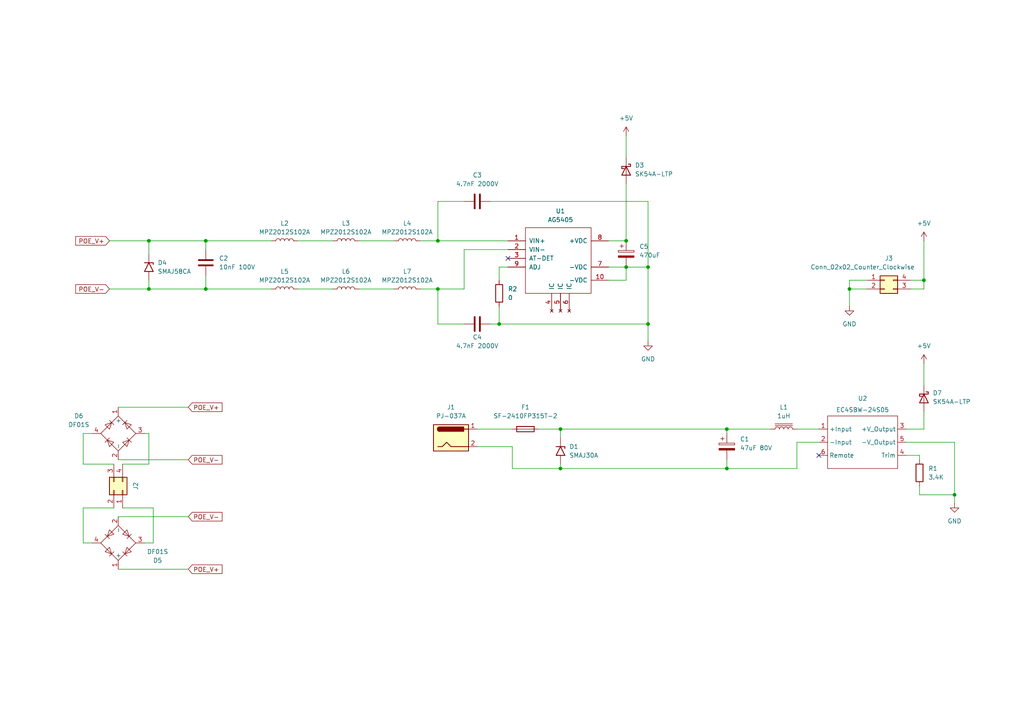
<source format=kicad_sch>
(kicad_sch (version 20250114) (generator "eeschema") (generator_version "9.0")
  (paper "A4")
  (lib_symbols
    (symbol "AG5400:AG5400" (pin_names (offset 1.016))
      (property "Reference" "U" (at 0 8.89 0))
      (property "Value" "AG5400" (at 0.254 11.176 0))
      (symbol "AG5400_0_1"
        (rectangle (start -10.16 7.62) (end 8.89 -11.43))
      )
      (symbol "AG5400_1_1"
        (pin power_in line (at -15.24 3.81 0) (length 5.08) (name "VIN+") (number "1"))
        (pin power_in line (at -15.24 1.27 0) (length 5.08) (name "VIN-") (number "2"))
        (pin input line (at -15.24 -1.27 0) (length 5.08) (name "AT-DET") (number "3"))
        (pin input line (at -15.24 -3.81 0) (length 5.08) (name "ADJ") (number "9"))
        (pin no_connect line (at -2.54 -16.51 90) (length 5.08) (name "IC") (number "4"))
        (pin no_connect line (at 0 -16.51 90) (length 5.08) (name "IC") (number "5"))
        (pin no_connect line (at 2.54 -16.51 90) (length 5.08) (name "IC") (number "6"))
        (pin power_out line (at 13.97 3.81 180) (length 5.08) (name "+VDC") (number "8"))
        (pin power_out line (at 13.97 -3.81 180) (length 5.08) (name "-VDC") (number "7"))
        (pin power_out line (at 13.97 -7.62 180) (length 5.08) (name "-VDC") (number "10"))
      )
    )
    (symbol "Connector:Jack-DC" (pin_names (offset 1.016))
      (property "Reference" "J" (at 0 5.334 0))
      (property "Value" "Jack-DC" (at 0 -5.08 0))
      (symbol "Jack-DC_0_1"
        (rectangle (start -5.08 3.81) (end 5.08 -3.81) (stroke (width 0.254)) (fill (type background)))
        (polyline (pts (xy -3.81 -2.54) (xy -2.54 -2.54) (xy -1.27 -1.27) (xy 0 -2.54) (xy 2.54 -2.54) (xy 5.08 -2.54)) (stroke (width 0.254)))
        (arc (start -3.302 1.905) (mid -3.9343 2.54) (end -3.302 3.175) (stroke (width 0.254)))
        (arc (start -3.302 1.905) (mid -3.9343 2.54) (end -3.302 3.175) (stroke (width 0.254)) (fill (type outline)))
        (rectangle (start 3.683 3.175) (end -3.302 1.905) (stroke (width 0.254)) (fill (type outline)))
        (polyline (pts (xy 5.08 2.54) (xy 3.81 2.54)) (stroke (width 0.254)))
      )
      (symbol "Jack-DC_1_1"
        (pin passive line (at 7.62 2.54 180) (length 2.54) (name "~") (number "1"))
        (pin passive line (at 7.62 -2.54 180) (length 2.54) (name "~") (number "2"))
      )
    )
    (symbol "Connector_Generic:Conn_02x02_Counter_Clockwise" (pin_names (offset 1.016) (hide yes))
      (property "Reference" "J" (at 1.27 2.54 0))
      (property "Value" "Conn_02x02_Counter_Clockwise" (at 1.27 -5.08 0))
      (symbol "Conn_02x02_Counter_Clockwise_1_1"
        (rectangle (start -1.27 1.27) (end 3.81 -3.81) (stroke (width 0.254)) (fill (type background)))
        (rectangle (start -1.27 0.127) (end 0 -0.127) (stroke (width 0.1524)))
        (rectangle (start -1.27 -2.413) (end 0 -2.667) (stroke (width 0.1524)))
        (rectangle (start 3.81 0.127) (end 2.54 -0.127) (stroke (width 0.1524)))
        (rectangle (start 3.81 -2.413) (end 2.54 -2.667) (stroke (width 0.1524)))
        (pin passive line (at -5.08 0 0) (length 3.81) (name "Pin_1") (number "1"))
        (pin passive line (at -5.08 -2.54 0) (length 3.81) (name "Pin_2") (number "2"))
        (pin passive line (at 7.62 0 180) (length 3.81) (name "Pin_4") (number "4"))
        (pin passive line (at 7.62 -2.54 180) (length 3.81) (name "Pin_3") (number "3"))
      )
    )
    (symbol "Device:C" (pin_numbers (hide yes)) (pin_names (offset 0.254))
      (property "Reference" "C" (at 0.635 2.54 0))
      (property "Value" "C" (at 0.635 -2.54 0))
      (symbol "C_0_1"
        (polyline (pts (xy -2.032 0.762) (xy 2.032 0.762)) (stroke (width 0.508)))
        (polyline (pts (xy -2.032 -0.762) (xy 2.032 -0.762)) (stroke (width 0.508)))
      )
      (symbol "C_1_1"
        (pin passive line (at 0 3.81 270) (length 2.794) (name "~") (number "1"))
        (pin passive line (at 0 -3.81 90) (length 2.794) (name "~") (number "2"))
      )
    )
    (symbol "Device:C_Polarized" (pin_numbers (hide yes)) (pin_names (offset 0.254))
      (property "Reference" "C" (at 0.635 2.54 0))
      (property "Value" "C_Polarized" (at 0.635 -2.54 0))
      (symbol "C_Polarized_0_1"
        (rectangle (start -2.286 0.508) (end 2.286 1.016))
        (polyline (pts (xy -1.778 2.286) (xy -0.762 2.286)))
        (polyline (pts (xy -1.27 2.794) (xy -1.27 1.778)))
        (rectangle (start 2.286 -0.508) (end -2.286 -1.016) (fill (type outline)))
      )
      (symbol "C_Polarized_1_1"
        (pin passive line (at 0 3.81 270) (length 2.794) (name "~") (number "1"))
        (pin passive line (at 0 -3.81 90) (length 2.794) (name "~") (number "2"))
      )
    )
    (symbol "Device:D_Schottky" (pin_numbers (hide yes)) (pin_names (offset 1.016) (hide yes))
      (property "Reference" "D" (at 0 2.54 0))
      (property "Value" "D_Schottky" (at 0 -2.54 0))
      (symbol "D_Schottky_0_1"
        (polyline (pts (xy -1.905 0.635) (xy -1.905 1.27) (xy -1.27 1.27) (xy -1.27 -1.27) (xy -0.635 -1.27) (xy -0.635 -0.635)) (stroke (width 0.254)))
        (polyline (pts (xy 1.27 1.27) (xy 1.27 -1.27) (xy -1.27 0) (xy 1.27 1.27)) (stroke (width 0.254)))
        (polyline (pts (xy 1.27 0) (xy -1.27 0)))
      )
      (symbol "D_Schottky_1_1"
        (pin passive line (at -3.81 0 0) (length 2.54) (name "K") (number "1"))
        (pin passive line (at 3.81 0 180) (length 2.54) (name "A") (number "2"))
      )
    )
    (symbol "Device:Fuse" (pin_numbers (hide yes)) (pin_names (offset 0))
      (property "Reference" "F" (at 2.032 0 90))
      (property "Value" "Fuse" (at -1.905 0 90))
      (symbol "Fuse_0_1"
        (rectangle (start -0.762 -2.54) (end 0.762 2.54) (stroke (width 0.254)))
        (polyline (pts (xy 0 2.54) (xy 0 -2.54)))
      )
      (symbol "Fuse_1_1"
        (pin passive line (at 0 3.81 270) (length 1.27) (name "~") (number "1"))
        (pin passive line (at 0 -3.81 90) (length 1.27) (name "~") (number "2"))
      )
    )
    (symbol "Device:L" (pin_numbers (hide yes)) (pin_names (offset 1.016) (hide yes))
      (property "Reference" "L" (at -1.27 0 90))
      (property "Value" "L" (at 1.905 0 90))
      (symbol "L_0_1"
        (arc (start 0 2.54) (mid 0.6323 1.905) (end 0 1.27))
        (arc (start 0 1.27) (mid 0.6323 0.635) (end 0 0))
        (arc (start 0 0) (mid 0.6323 -0.635) (end 0 -1.27))
        (arc (start 0 -1.27) (mid 0.6323 -1.905) (end 0 -2.54))
      )
      (symbol "L_1_1"
        (pin passive line (at 0 3.81 270) (length 1.27) (name "1") (number "1"))
        (pin passive line (at 0 -3.81 90) (length 1.27) (name "2") (number "2"))
      )
    )
    (symbol "Device:L_Iron" (pin_numbers (hide yes)) (pin_names (offset 1.016) (hide yes))
      (property "Reference" "L" (at -1.27 0 90))
      (property "Value" "L_Iron" (at 2.794 0 90))
      (symbol "L_Iron_0_1"
        (arc (start 0 2.54) (mid 0.6323 1.905) (end 0 1.27))
        (arc (start 0 1.27) (mid 0.6323 0.635) (end 0 0))
        (arc (start 0 0) (mid 0.6323 -0.635) (end 0 -1.27))
        (arc (start 0 -1.27) (mid 0.6323 -1.905) (end 0 -2.54))
        (polyline (pts (xy 1.016 2.54) (xy 1.016 -2.54)))
        (polyline (pts (xy 1.524 -2.54) (xy 1.524 2.54)))
      )
      (symbol "L_Iron_1_1"
        (pin passive line (at 0 3.81 270) (length 1.27) (name "1") (number "1"))
        (pin passive line (at 0 -3.81 90) (length 1.27) (name "2") (number "2"))
      )
    )
    (symbol "Device:R" (pin_numbers (hide yes)) (pin_names (offset 0))
      (property "Reference" "R" (at 2.032 0 90))
      (property "Value" "R" (at 0 0 90))
      (symbol "R_0_1"
        (rectangle (start -1.016 -2.54) (end 1.016 2.54) (stroke (width 0.254)))
      )
      (symbol "R_1_1"
        (pin passive line (at 0 3.81 270) (length 1.27) (name "~") (number "1"))
        (pin passive line (at 0 -3.81 90) (length 1.27) (name "~") (number "2"))
      )
    )
    (symbol "Diode:SM6T30A" (pin_numbers (hide yes)) (pin_names (offset 1.016) (hide yes))
      (property "Reference" "D" (at 0 2.54 0))
      (property "Value" "SM6T30A" (at 0 -2.54 0))
      (symbol "SM6T30A_0_1"
        (polyline (pts (xy -0.762 1.27) (xy -1.27 1.27) (xy -1.27 -1.27)) (stroke (width 0.254)))
        (polyline (pts (xy 1.27 1.27) (xy 1.27 -1.27) (xy -1.27 0) (xy 1.27 1.27)) (stroke (width 0.254)))
      )
      (symbol "SM6T30A_1_1"
        (pin passive line (at -3.81 0 0) (length 2.54) (name "A1") (number "1"))
        (pin passive line (at 3.81 0 180) (length 2.54) (name "A2") (number "2"))
      )
    )
    (symbol "Diode_Bridge:MDB6S"
      (property "Reference" "D" (at 3.81 6.35 0))
      (property "Value" "MDB6S" (at 6.35 3.81 0))
      (symbol "MDB6S_1_1"
        (polyline (pts (xy -5.08 0) (xy 0 -5.08) (xy 5.08 0) (xy 0 5.08) (xy -5.08 0)))
        (polyline (pts (xy -3.81 2.54) (xy -2.54 1.27) (xy -1.905 3.175) (xy -3.81 2.54)))
        (polyline (pts (xy -2.54 3.81) (xy -1.27 2.54)))
        (polyline (pts (xy -2.54 -1.27) (xy -3.81 -2.54) (xy -1.905 -3.175) (xy -2.54 -1.27)))
        (polyline (pts (xy -1.27 -2.54) (xy -2.54 -3.81)))
        (polyline (pts (xy 1.27 2.54) (xy 2.54 3.81) (xy 3.175 1.905) (xy 1.27 2.54)))
        (polyline (pts (xy 2.54 1.27) (xy 3.81 2.54)))
        (polyline (pts (xy 2.54 -1.27) (xy 3.81 -2.54)))
        (polyline (pts (xy 3.175 -1.905) (xy 1.27 -2.54) (xy 2.54 -3.81) (xy 3.175 -1.905)))
        (pin passive line (at -7.62 0 0) (length 2.54) (name "-") (number "2"))
        (pin passive line (at 0 7.62 270) (length 2.54) (name "~") (number "4"))
        (pin passive line (at 0 -7.62 90) (length 2.54) (name "~") (number "3"))
        (pin passive line (at 7.62 0 180) (length 2.54) (name "+") (number "1"))
      )
    )
    (symbol "power:+5V" (power) (pin_numbers (hide yes)) (pin_names (offset 0) (hide yes))
      (property "Value" "+5V" (at 0 3.556 0))
      (symbol "+5V_0_1"
        (polyline (pts (xy -0.762 1.27) (xy 0 2.54)))
        (polyline (pts (xy 0 2.54) (xy 0.762 1.27)))
        (polyline (pts (xy 0 0) (xy 0 2.54)))
      )
      (symbol "+5V_1_1"
        (pin power_in line (at 0 0 90) (length 0) (name "~") (number "1"))
      )
    )
    (symbol "power:GND" (power) (pin_numbers (hide yes)) (pin_names (offset 0) (hide yes))
      (property "Value" "GND" (at 0 -3.81 0))
      (symbol "GND_0_1"
        (polyline (pts (xy 0 0) (xy 0 -1.27) (xy 1.27 -1.27) (xy 0 -2.54) (xy -1.27 -1.27) (xy 0 -1.27)))
      )
      (symbol "GND_1_1"
        (pin power_in line (at 0 0 270) (length 0) (name "~") (number "1"))
      )
    )
    (symbol "symbols:EC4SBW-S"
      (property "Reference" "U" (at 1.27 8.89 0))
      (property "Value" "EC4SBW-S" (at 1.524 -9.652 0))
      (symbol "EC4SBW-S_0_1"
        (rectangle (start -8.89 7.62) (end 11.43 -7.62))
      )
      (symbol "EC4SBW-S_1_1"
        (pin power_in line (at -11.43 3.81 0) (length 2.54) (name "+Input") (number "1"))
        (pin power_in line (at -11.43 0 0) (length 2.54) (name "-Input") (number "2"))
        (pin input line (at -11.43 -3.81 0) (length 2.54) (name "Remote") (number "6"))
        (pin power_out line (at 13.97 3.81 180) (length 2.54) (name "+V_Output") (number "3"))
        (pin power_out line (at 13.97 0 180) (length 2.54) (name "-V_Output") (number "5"))
        (pin input line (at 13.97 -3.81 180) (length 2.54) (name "Trim") (number "4"))
      )
    )
  )
  (junction (at 181.61 77.47))
  (junction (at 181.61 69.85))
  (junction (at 43.18 83.82))
  (junction (at 144.78 93.98))
  (junction (at 187.96 93.98))
  (junction (at 43.18 69.85))
  (junction (at 127 83.82))
  (junction (at 59.69 69.85))
  (junction (at 210.82 135.89))
  (junction (at 127 69.85))
  (junction (at 59.69 83.82))
  (junction (at 162.56 135.89))
  (junction (at 246.38 83.82))
  (junction (at 276.86 143.51))
  (junction (at 187.96 77.47))
  (junction (at 210.82 124.46))
  (junction (at 162.56 124.46))
  (junction (at 267.97 81.28))
  (no_connect (at 237.49 132.08))
  (no_connect (at 147.32 74.93))
  (wire (pts (xy 35.56 147.32) (xy 44.45 147.32)))
  (wire (pts (xy 142.24 93.98) (xy 144.78 93.98)))
  (wire (pts (xy 162.56 134.62) (xy 162.56 135.89)))
  (wire (pts (xy 24.13 147.32) (xy 33.02 147.32)))
  (wire (pts (xy 43.18 125.73) (xy 41.91 125.73)))
  (wire (pts (xy 264.16 83.82) (xy 267.97 83.82)))
  (wire (pts (xy 246.38 83.82) (xy 251.46 83.82)))
  (wire (pts (xy 181.61 77.47) (xy 187.96 77.47)))
  (wire (pts (xy 162.56 135.89) (xy 210.82 135.89)))
  (wire (pts (xy 34.29 165.1) (xy 54.61 165.1)))
  (wire (pts (xy 156.21 124.46) (xy 162.56 124.46)))
  (wire (pts (xy 267.97 69.85) (xy 267.97 81.28)))
  (wire (pts (xy 127 93.98) (xy 127 83.82)))
  (wire (pts (xy 86.36 83.82) (xy 96.52 83.82)))
  (wire (pts (xy 34.29 118.11) (xy 54.61 118.11)))
  (wire (pts (xy 24.13 157.48) (xy 24.13 147.32)))
  (wire (pts (xy 147.32 77.47) (xy 144.78 77.47)))
  (wire (pts (xy 44.45 157.48) (xy 41.91 157.48)))
  (wire (pts (xy 176.53 77.47) (xy 181.61 77.47)))
  (wire (pts (xy 142.24 58.42) (xy 187.96 58.42)))
  (wire (pts (xy 181.61 53.34) (xy 181.61 69.85)))
  (wire (pts (xy 59.69 83.82) (xy 78.74 83.82)))
  (wire (pts (xy 267.97 119.38) (xy 267.97 124.46)))
  (wire (pts (xy 59.69 69.85) (xy 43.18 69.85)))
  (wire (pts (xy 127 69.85) (xy 147.32 69.85)))
  (wire (pts (xy 104.14 69.85) (xy 114.3 69.85)))
  (wire (pts (xy 24.13 134.62) (xy 33.02 134.62)))
  (wire (pts (xy 34.29 133.35) (xy 54.61 133.35)))
  (wire (pts (xy 59.69 69.85) (xy 59.69 72.39)))
  (wire (pts (xy 43.18 83.82) (xy 43.18 81.28)))
  (wire (pts (xy 44.45 147.32) (xy 44.45 157.48)))
  (wire (pts (xy 127 58.42) (xy 127 69.85)))
  (wire (pts (xy 181.61 81.28) (xy 176.53 81.28)))
  (wire (pts (xy 237.49 128.27) (xy 231.14 128.27)))
  (wire (pts (xy 134.62 72.39) (xy 134.62 83.82)))
  (wire (pts (xy 147.32 72.39) (xy 134.62 72.39)))
  (wire (pts (xy 121.92 83.82) (xy 127 83.82)))
  (wire (pts (xy 59.69 83.82) (xy 59.69 80.01)))
  (wire (pts (xy 59.69 69.85) (xy 78.74 69.85)))
  (wire (pts (xy 187.96 93.98) (xy 187.96 99.06)))
  (wire (pts (xy 24.13 134.62) (xy 24.13 125.73)))
  (wire (pts (xy 266.7 140.97) (xy 266.7 143.51)))
  (wire (pts (xy 43.18 125.73) (xy 43.18 134.62)))
  (wire (pts (xy 181.61 77.47) (xy 181.61 81.28)))
  (wire (pts (xy 144.78 93.98) (xy 187.96 93.98)))
  (wire (pts (xy 267.97 105.41) (xy 267.97 111.76)))
  (wire (pts (xy 24.13 125.73) (xy 26.67 125.73)))
  (wire (pts (xy 231.14 128.27) (xy 231.14 135.89)))
  (wire (pts (xy 266.7 143.51) (xy 276.86 143.51)))
  (wire (pts (xy 134.62 93.98) (xy 127 93.98)))
  (wire (pts (xy 134.62 83.82) (xy 127 83.82)))
  (wire (pts (xy 276.86 143.51) (xy 276.86 146.05)))
  (wire (pts (xy 187.96 77.47) (xy 187.96 93.98)))
  (wire (pts (xy 43.18 69.85) (xy 43.18 73.66)))
  (wire (pts (xy 262.89 132.08) (xy 266.7 132.08)))
  (wire (pts (xy 246.38 83.82) (xy 246.38 88.9)))
  (wire (pts (xy 187.96 77.47) (xy 187.96 58.42)))
  (wire (pts (xy 251.46 81.28) (xy 246.38 81.28)))
  (wire (pts (xy 246.38 81.28) (xy 246.38 83.82)))
  (wire (pts (xy 162.56 124.46) (xy 162.56 127)))
  (wire (pts (xy 210.82 135.89) (xy 231.14 135.89)))
  (wire (pts (xy 264.16 81.28) (xy 267.97 81.28)))
  (wire (pts (xy 138.43 129.54) (xy 148.59 129.54)))
  (wire (pts (xy 210.82 133.35) (xy 210.82 135.89)))
  (wire (pts (xy 266.7 132.08) (xy 266.7 133.35)))
  (wire (pts (xy 162.56 124.46) (xy 210.82 124.46)))
  (wire (pts (xy 148.59 135.89) (xy 162.56 135.89)))
  (wire (pts (xy 276.86 128.27) (xy 276.86 143.51)))
  (wire (pts (xy 148.59 129.54) (xy 148.59 135.89)))
  (wire (pts (xy 35.56 134.62) (xy 43.18 134.62)))
  (wire (pts (xy 26.67 157.48) (xy 24.13 157.48)))
  (wire (pts (xy 144.78 88.9) (xy 144.78 93.98)))
  (wire (pts (xy 262.89 124.46) (xy 267.97 124.46)))
  (wire (pts (xy 134.62 58.42) (xy 127 58.42)))
  (wire (pts (xy 231.14 124.46) (xy 237.49 124.46)))
  (wire (pts (xy 144.78 77.47) (xy 144.78 81.28)))
  (wire (pts (xy 138.43 124.46) (xy 148.59 124.46)))
  (wire (pts (xy 121.92 69.85) (xy 127 69.85)))
  (wire (pts (xy 181.61 39.37) (xy 181.61 45.72)))
  (wire (pts (xy 104.14 83.82) (xy 114.3 83.82)))
  (wire (pts (xy 210.82 125.73) (xy 210.82 124.46)))
  (wire (pts (xy 176.53 69.85) (xy 181.61 69.85)))
  (wire (pts (xy 34.29 149.86) (xy 54.61 149.86)))
  (wire (pts (xy 262.89 128.27) (xy 276.86 128.27)))
  (wire (pts (xy 210.82 124.46) (xy 223.52 124.46)))
  (wire (pts (xy 31.75 69.85) (xy 43.18 69.85)))
  (wire (pts (xy 86.36 69.85) (xy 96.52 69.85)))
  (wire (pts (xy 31.75 83.82) (xy 43.18 83.82)))
  (wire (pts (xy 267.97 83.82) (xy 267.97 81.28)))
  (wire (pts (xy 59.69 83.82) (xy 43.18 83.82)))
  (global_label "POE_V-" (shape input) (at 54.61 133.35 0) (property "Intersheetrefs" "${INTERSHEET_REFS}" (effects (hide yes))))
  (global_label "POE_V+" (shape input) (at 54.61 165.1 0) (property "Intersheetrefs" "${INTERSHEET_REFS}" (effects (hide yes))))
  (global_label "POE_V-" (shape input) (at 31.75 83.82 180) (property "Intersheetrefs" "${INTERSHEET_REFS}" (effects (hide yes))))
  (global_label "POE_V+" (shape input) (at 31.75 69.85 180) (property "Intersheetrefs" "${INTERSHEET_REFS}" (effects (hide yes))))
  (global_label "POE_V+" (shape input) (at 54.61 118.11 0) (property "Intersheetrefs" "${INTERSHEET_REFS}" (effects (hide yes))))
  (global_label "POE_V-" (shape input) (at 54.61 149.86 0) (property "Intersheetrefs" "${INTERSHEET_REFS}" (effects (hide yes))))
  (symbol (lib_id "Diode_Bridge:MDB6S") (at 34.29 157.48 90) (mirror x) (unit 1)
    (property "Reference" "D5" (at 45.72 162.56 90))
    (property "Value" "DF01S" (at 45.72 160.02 90))
    (property "Footprint" "footprints:Diode_Bridge_Diotec_SO-DIL-Slim" (effects (hide yes)))
    (property "Datasheet" "https://www.onsemi.com/pub/Collateral/MDB8S-D.PDF" (effects (hide yes)))
    (property "Description" "Single-Phase Bridge Rectifier, 420V Vrms, 1A If, TSSOP-4" (effects (hide yes)))
  )
  (symbol (lib_id "Device:L") (at 82.55 69.85 90) (unit 1)
    (property "Reference" "L2" (at 82.55 64.77 90))
    (property "Value" "MPZ2012S102A" (at 82.55 67.31 90))
    (property "Footprint" "Resistor_SMD:R_0805_2012Metric_Pad1.20x1.40mm_HandSolder" (effects (hide yes)))
    (property "Description" "Inductor" (effects (hide yes)))
  )
  (symbol (lib_id "power:+5V") (at 181.61 39.37 0) (unit 1)
    (property "Reference" "#PWR05" (effects (hide yes)))
    (property "Value" "+5V" (at 181.61 34.29 0))
    (property "Description" "Power symbol creates a global label with name \"+5V\"" (effects (hide yes)))
  )
  (symbol (lib_id "Device:C_Polarized") (at 181.61 73.66 0) (unit 1)
    (property "Reference" "C5" (at 185.42 71.5009 0) (effects (justify left)))
    (property "Value" "470uF" (at 185.42 74.0409 0) (effects (justify left)))
    (property "Footprint" "footprints:PCR1C471MCL6GS" (effects (hide yes)))
    (property "Description" "Polarized capacitor" (effects (hide yes)))
  )
  (symbol (lib_id "Device:D_Schottky") (at 181.61 49.53 270) (unit 1)
    (property "Reference" "D3" (at 184.15 47.9424 90) (effects (justify left)))
    (property "Value" "SK54A-LTP" (at 184.15 50.4824 90) (effects (justify left)))
    (property "Footprint" "footprints:D_SMA" (effects (hide yes)))
    (property "Description" "Schottky diode" (effects (hide yes)))
  )
  (symbol (lib_id "Connector_Generic:Conn_02x02_Counter_Clockwise") (at 256.54 81.28 0) (unit 1)
    (property "Reference" "J3" (at 257.81 74.93 0))
    (property "Value" "Conn_02x02_Counter_Clockwise" (at 250.19 77.47 0))
    (property "Footprint" "Connector_PinHeader_2.54mm:PinHeader_2x02_P2.54mm_Vertical" (effects (hide yes)))
    (property "Description" "Generic connector, double row, 02x02, counter clockwise pin numbering scheme (similar to DIP package numbering), script generated (kicad-library-utils/schlib/autogen/connector/)" (effects (hide yes)))
  )
  (symbol (lib_id "Device:L") (at 100.33 69.85 90) (unit 1)
    (property "Reference" "L3" (at 100.33 64.77 90))
    (property "Value" "MPZ2012S102A" (at 100.33 67.31 90))
    (property "Footprint" "Resistor_SMD:R_0805_2012Metric_Pad1.20x1.40mm_HandSolder" (effects (hide yes)))
    (property "Description" "Inductor" (effects (hide yes)))
  )
  (symbol (lib_id "power:GND") (at 246.38 88.9 0) (unit 1)
    (property "Reference" "#PWR01" (effects (hide yes)))
    (property "Value" "GND" (at 246.38 93.98 0))
    (property "Description" "Power symbol creates a global label with name \"GND\" , ground" (effects (hide yes)))
  )
  (symbol (lib_id "Connector_Generic:Conn_02x02_Counter_Clockwise") (at 35.56 142.24 270) (mirror x) (unit 1)
    (property "Reference" "J2" (at 39.37 140.97 0))
    (property "Value" "Conn_02x02_Counter_Clockwise" (effects (hide yes)))
    (property "Footprint" "Connector_PinHeader_2.54mm:PinHeader_2x02_P2.54mm_Vertical" (effects (hide yes)))
    (property "Description" "Generic connector, double row, 02x02, counter clockwise pin numbering scheme (similar to DIP package numbering), script generated (kicad-library-utils/schlib/autogen/connector/)" (effects (hide yes)))
  )
  (symbol (lib_id "Device:D_Schottky") (at 267.97 115.57 270) (unit 1)
    (property "Reference" "D7" (at 270.51 113.9824 90) (effects (justify left)))
    (property "Value" "SK54A-LTP" (at 270.51 116.5224 90) (effects (justify left)))
    (property "Footprint" "footprints:D_SMA" (effects (hide yes)))
    (property "Description" "Schottky diode" (effects (hide yes)))
  )
  (symbol (lib_id "Device:L") (at 82.55 83.82 90) (unit 1)
    (property "Reference" "L5" (at 82.55 78.74 90))
    (property "Value" "MPZ2012S102A" (at 82.55 81.28 90))
    (property "Footprint" "Resistor_SMD:R_0805_2012Metric_Pad1.20x1.40mm_HandSolder" (effects (hide yes)))
    (property "Description" "Inductor" (effects (hide yes)))
  )
  (symbol (lib_id "AG5400:AG5400") (at 162.56 73.66 0) (unit 1)
    (property "Reference" "U1" (at 162.56 61.214 0))
    (property "Value" "AG5405" (at 162.56 63.754 0))
    (property "Footprint" "footprints:AG5400" (effects (hide yes)))
  )
  (symbol (lib_id "Device:R") (at 144.78 85.09 0) (unit 1)
    (property "Reference" "R2" (at 147.32 83.8199 0) (effects (justify left)))
    (property "Value" "0" (at 147.32 86.3599 0) (effects (justify left)))
    (property "Footprint" "Resistor_SMD:R_0805_2012Metric_Pad1.20x1.40mm_HandSolder" (effects (hide yes)))
    (property "Description" "Resistor" (effects (hide yes)))
  )
  (symbol (lib_id "Device:C") (at 59.69 76.2 0) (unit 1)
    (property "Reference" "C2" (at 63.5 74.9299 0) (effects (justify left)))
    (property "Value" "10nF 100V" (at 63.5 77.4699 0) (effects (justify left)))
    (property "Footprint" "Capacitor_SMD:C_0805_2012Metric_Pad1.18x1.45mm_HandSolder" (effects (hide yes)))
    (property "Description" "Unpolarized capacitor" (effects (hide yes)))
  )
  (symbol (lib_id "Diode:SM6T30A") (at 162.56 130.81 270) (unit 1)
    (property "Reference" "D1" (at 165.1 129.5399 90) (effects (justify left)))
    (property "Value" "SMAJ30A" (at 165.1 132.0799 90) (effects (justify left)))
    (property "Footprint" "footprints:D_SMA" (effects (hide yes)))
    (property "Datasheet" "https://www.st.com/resource/en/datasheet/sm6t.pdf" (effects (hide yes)))
    (property "Description" "600W unidirectional Transil Transient Voltage Suppressor, 30Vrwm, DO-214AA" (effects (hide yes)))
  )
  (symbol (lib_id "Device:C_Polarized") (at 210.82 129.54 0) (unit 1)
    (property "Reference" "C1" (at 214.63 127.3809 0) (effects (justify left)))
    (property "Value" "47uF 80V" (at 214.63 129.9209 0) (effects (justify left)))
    (property "Footprint" "footprints:HHXC800ARA470MJA0G" (effects (hide yes)))
    (property "Description" "Polarized capacitor" (effects (hide yes)))
  )
  (symbol (lib_id "Device:L") (at 118.11 69.85 90) (unit 1)
    (property "Reference" "L4" (at 118.11 64.77 90))
    (property "Value" "MPZ2012S102A" (at 118.11 67.31 90))
    (property "Footprint" "Resistor_SMD:R_0805_2012Metric_Pad1.20x1.40mm_HandSolder" (effects (hide yes)))
    (property "Description" "Inductor" (effects (hide yes)))
  )
  (symbol (lib_id "Connector:Jack-DC") (at 130.81 127 0) (unit 1)
    (property "Reference" "J1" (at 130.81 118.11 0))
    (property "Value" "PJ-037A" (at 130.81 120.65 0))
    (property "Footprint" "footprints:PJ-037A-PLURAF" (effects (hide yes)))
    (property "Description" "DC Barrel Jack" (effects (hide yes)))
  )
  (symbol (lib_id "power:GND") (at 187.96 99.06 0) (unit 1)
    (property "Reference" "#PWR06" (effects (hide yes)))
    (property "Value" "GND" (at 187.96 104.14 0))
    (property "Description" "Power symbol creates a global label with name \"GND\" , ground" (effects (hide yes)))
  )
  (symbol (lib_id "Device:R") (at 266.7 137.16 0) (unit 1)
    (property "Reference" "R1" (at 269.24 135.8899 0) (effects (justify left)))
    (property "Value" "3.4K" (at 269.24 138.4299 0) (effects (justify left)))
    (property "Footprint" "Resistor_SMD:R_0805_2012Metric_Pad1.20x1.40mm_HandSolder" (effects (hide yes)))
    (property "Description" "Resistor" (effects (hide yes)))
  )
  (symbol (lib_id "Device:L") (at 118.11 83.82 90) (unit 1)
    (property "Reference" "L7" (at 118.11 78.74 90))
    (property "Value" "MPZ2012S102A" (at 118.11 81.28 90))
    (property "Footprint" "Resistor_SMD:R_0805_2012Metric_Pad1.20x1.40mm_HandSolder" (effects (hide yes)))
    (property "Description" "Inductor" (effects (hide yes)))
  )
  (symbol (lib_id "power:+5V") (at 267.97 105.41 0) (unit 1)
    (property "Reference" "#PWR03" (effects (hide yes)))
    (property "Value" "+5V" (at 267.97 100.33 0))
    (property "Description" "Power symbol creates a global label with name \"+5V\"" (effects (hide yes)))
  )
  (symbol (lib_id "Device:C") (at 138.43 58.42 90) (unit 1)
    (property "Reference" "C3" (at 138.43 50.8 90))
    (property "Value" "4.7nF 2000V" (at 138.43 53.34 90))
    (property "Footprint" "Capacitor_SMD:C_1812_4532Metric_Pad1.57x3.40mm_HandSolder" (effects (hide yes)))
    (property "Description" "Unpolarized capacitor" (effects (hide yes)))
  )
  (symbol (lib_id "Device:C") (at 138.43 93.98 90) (unit 1)
    (property "Reference" "C4" (at 138.43 97.79 90))
    (property "Value" "4.7nF 2000V" (at 138.43 100.33 90))
    (property "Footprint" "Capacitor_SMD:C_1812_4532Metric_Pad1.57x3.40mm_HandSolder" (effects (hide yes)))
    (property "Description" "Unpolarized capacitor" (effects (hide yes)))
  )
  (symbol (lib_id "Device:L") (at 100.33 83.82 90) (unit 1)
    (property "Reference" "L6" (at 100.33 78.74 90))
    (property "Value" "MPZ2012S102A" (at 100.33 81.28 90))
    (property "Footprint" "Resistor_SMD:R_0805_2012Metric_Pad1.20x1.40mm_HandSolder" (effects (hide yes)))
    (property "Description" "Inductor" (effects (hide yes)))
  )
  (symbol (lib_id "power:+5V") (at 267.97 69.85 0) (unit 1)
    (property "Reference" "#PWR02" (effects (hide yes)))
    (property "Value" "+5V" (at 267.97 64.77 0))
    (property "Description" "Power symbol creates a global label with name \"+5V\"" (effects (hide yes)))
  )
  (symbol (lib_id "symbols:EC4SBW-S") (at 248.92 128.27 0) (unit 1)
    (property "Reference" "U2" (at 250.19 115.57 0))
    (property "Value" "EC4SBW-24S05" (at 250.19 118.872 0))
    (property "Footprint" "footprints:EC4SBW-S" (effects (hide yes)))
  )
  (symbol (lib_id "Diode:SM6T30A") (at 43.18 77.47 270) (unit 1)
    (property "Reference" "D4" (at 45.72 76.1999 90) (effects (justify left)))
    (property "Value" "SMAJ58CA" (at 45.72 78.7399 90) (effects (justify left)))
    (property "Footprint" "footprints:D_SMA" (effects (hide yes)))
    (property "Datasheet" "https://www.st.com/resource/en/datasheet/sm6t.pdf" (effects (hide yes)))
    (property "Description" "600W unidirectional Transil Transient Voltage Suppressor, 30Vrwm, DO-214AA" (effects (hide yes)))
  )
  (symbol (lib_id "Diode_Bridge:MDB6S") (at 34.29 125.73 90) (unit 1)
    (property "Reference" "D6" (at 22.86 120.65 90))
    (property "Value" "DF01S" (at 22.86 123.19 90))
    (property "Footprint" "footprints:Diode_Bridge_Diotec_SO-DIL-Slim" (effects (hide yes)))
    (property "Datasheet" "https://www.onsemi.com/pub/Collateral/MDB8S-D.PDF" (effects (hide yes)))
    (property "Description" "Single-Phase Bridge Rectifier, 420V Vrms, 1A If, TSSOP-4" (effects (hide yes)))
  )
  (symbol (lib_id "power:GND") (at 276.86 146.05 0) (unit 1)
    (property "Reference" "#PWR04" (effects (hide yes)))
    (property "Value" "GND" (at 276.86 151.13 0))
    (property "Description" "Power symbol creates a global label with name \"GND\" , ground" (effects (hide yes)))
  )
  (symbol (lib_id "Device:L_Iron") (at 227.33 124.46 90) (unit 1)
    (property "Reference" "L1" (at 227.33 118.11 90))
    (property "Value" "1uH" (at 227.33 120.65 90))
    (property "Footprint" "footprints:LQH43PN1R0N26L" (effects (hide yes)))
    (property "Description" "Inductor with iron core" (effects (hide yes)))
  )
  (symbol (lib_id "Device:Fuse") (at 152.4 124.46 90) (unit 1)
    (property "Reference" "F1" (at 152.4 118.11 90))
    (property "Value" "SF-2410FP315T-2" (at 152.4 120.65 90))
    (property "Footprint" "footprints:SF-2410FP315T-2" (effects (hide yes)))
    (property "Description" "Fuse" (effects (hide yes)))
  )
)
</source>
